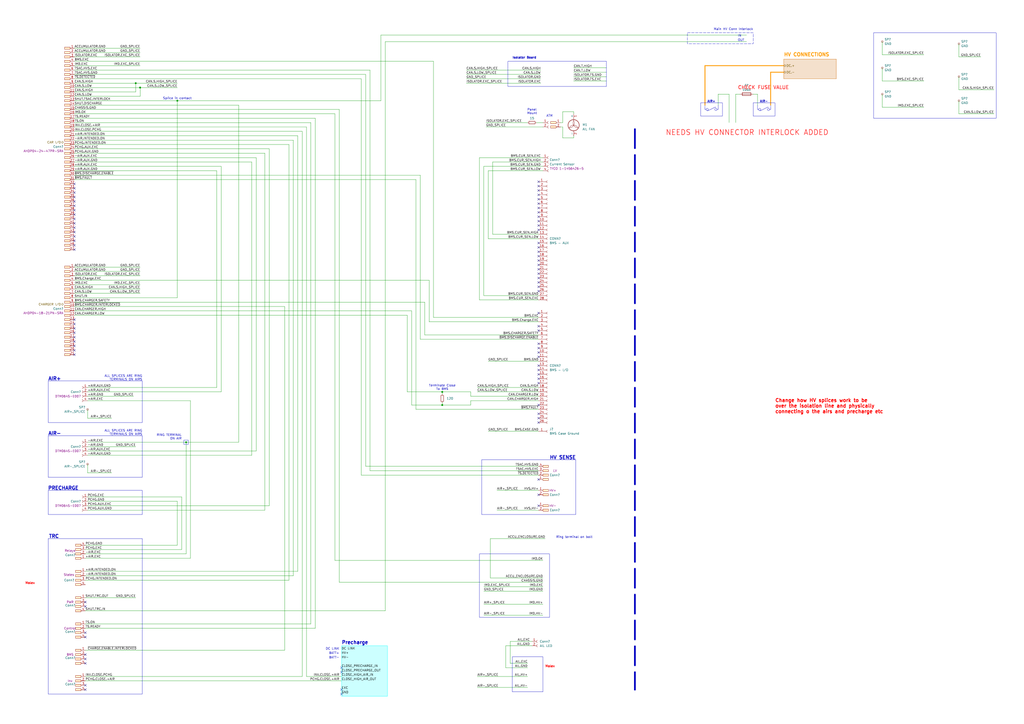
<source format=kicad_sch>
(kicad_sch (version 20231120) (generator "eeschema") (generator_version "8.0")
  (paper "A2")
  (title_block (title "LOOM - ACCUMULATOR"))
  (lib_symbols
    (symbol "Connector:Conn_01x01_Socket" (pin_names (offset 1.016) hide)
      (property "Reference" "J" (at 0 2.54 0))
      (property "Value" "Conn_01x01_Socket" (at 0 -2.54 0))
      (symbol "Conn_01x01_Socket_1_1"
        (pin passive line (at -5.08 0 0) (length 3.81) (name "Pin_1") (number "1"))
      )
    )
    (symbol "Connector:Conn_01x26_Socket" (pin_names (offset 1.016) hide)
      (property "Reference" "J" (at 0 33.02 0))
      (property "Value" "Conn_01x26_Socket" (at 0 -35.56 0))
      (symbol "Conn_01x26_Socket_1_1"
        (pin passive line (at -5.08 30.48 0) (length 3.81) (name "Pin_1") (number "1"))
        (pin passive line (at -5.08 7.62 0) (length 3.81) (name "Pin_10") (number "10"))
        (pin passive line (at -5.08 5.08 0) (length 3.81) (name "Pin_11") (number "11"))
        (pin passive line (at -5.08 2.54 0) (length 3.81) (name "Pin_12") (number "12"))
        (pin passive line (at -5.08 0 0) (length 3.81) (name "Pin_13") (number "13"))
        (pin passive line (at -5.08 -2.54 0) (length 3.81) (name "Pin_14") (number "14"))
        (pin passive line (at -5.08 -5.08 0) (length 3.81) (name "Pin_15") (number "15"))
        (pin passive line (at -5.08 -7.62 0) (length 3.81) (name "Pin_16") (number "16"))
        (pin passive line (at -5.08 -10.16 0) (length 3.81) (name "Pin_17") (number "17"))
        (pin passive line (at -5.08 -12.7 0) (length 3.81) (name "Pin_18") (number "18"))
        (pin passive line (at -5.08 -15.24 0) (length 3.81) (name "Pin_19") (number "19"))
        (pin passive line (at -5.08 27.94 0) (length 3.81) (name "Pin_2") (number "2"))
        (pin passive line (at -5.08 -17.78 0) (length 3.81) (name "Pin_20") (number "20"))
        (pin passive line (at -5.08 -20.32 0) (length 3.81) (name "Pin_21") (number "21"))
        (pin passive line (at -5.08 -22.86 0) (length 3.81) (name "Pin_22") (number "22"))
        (pin passive line (at -5.08 -25.4 0) (length 3.81) (name "Pin_23") (number "23"))
        (pin passive line (at -5.08 -27.94 0) (length 3.81) (name "Pin_24") (number "24"))
        (pin passive line (at -5.08 -30.48 0) (length 3.81) (name "Pin_25") (number "25"))
        (pin passive line (at -5.08 -33.02 0) (length 3.81) (name "Pin_26") (number "26"))
        (pin passive line (at -5.08 25.4 0) (length 3.81) (name "Pin_3") (number "3"))
        (pin passive line (at -5.08 22.86 0) (length 3.81) (name "Pin_4") (number "4"))
        (pin passive line (at -5.08 20.32 0) (length 3.81) (name "Pin_5") (number "5"))
        (pin passive line (at -5.08 17.78 0) (length 3.81) (name "Pin_6") (number "6"))
        (pin passive line (at -5.08 15.24 0) (length 3.81) (name "Pin_7") (number "7"))
        (pin passive line (at -5.08 12.7 0) (length 3.81) (name "Pin_8") (number "8"))
        (pin passive line (at -5.08 10.16 0) (length 3.81) (name "Pin_9") (number "9"))
      )
    )
    (symbol "Connector:Conn_01x28_Socket" (pin_names (offset 1.016) hide)
      (property "Reference" "J" (at 0 35.56 0))
      (property "Value" "Conn_01x28_Socket" (at 0 -38.1 0))
      (symbol "Conn_01x28_Socket_1_1"
        (pin passive line (at -5.08 33.02 0) (length 3.81) (name "Pin_1") (number "1"))
        (pin passive line (at -5.08 10.16 0) (length 3.81) (name "Pin_10") (number "10"))
        (pin passive line (at -5.08 7.62 0) (length 3.81) (name "Pin_11") (number "11"))
        (pin passive line (at -5.08 5.08 0) (length 3.81) (name "Pin_12") (number "12"))
        (pin passive line (at -5.08 2.54 0) (length 3.81) (name "Pin_13") (number "13"))
        (pin passive line (at -5.08 0 0) (length 3.81) (name "Pin_14") (number "14"))
        (pin passive line (at -5.08 -2.54 0) (length 3.81) (name "Pin_15") (number "15"))
        (pin passive line (at -5.08 -5.08 0) (length 3.81) (name "Pin_16") (number "16"))
        (pin passive line (at -5.08 -7.62 0) (length 3.81) (name "Pin_17") (number "17"))
        (pin passive line (at -5.08 -10.16 0) (length 3.81) (name "Pin_18") (number "18"))
        (pin passive line (at -5.08 -12.7 0) (length 3.81) (name "Pin_19") (number "19"))
        (pin passive line (at -5.08 30.48 0) (length 3.81) (name "Pin_2") (number "2"))
        (pin passive line (at -5.08 -15.24 0) (length 3.81) (name "Pin_20") (number "20"))
        (pin passive line (at -5.08 -17.78 0) (length 3.81) (name "Pin_21") (number "21"))
        (pin passive line (at -5.08 -20.32 0) (length 3.81) (name "Pin_22") (number "22"))
        (pin passive line (at -5.08 -22.86 0) (length 3.81) (name "Pin_23") (number "23"))
        (pin passive line (at -5.08 -25.4 0) (length 3.81) (name "Pin_24") (number "24"))
        (pin passive line (at -5.08 -27.94 0) (length 3.81) (name "Pin_25") (number "25"))
        (pin passive line (at -5.08 -30.48 0) (length 3.81) (name "Pin_26") (number "26"))
        (pin passive line (at -5.08 -33.02 0) (length 3.81) (name "Pin_27") (number "27"))
        (pin passive line (at -5.08 -35.56 0) (length 3.81) (name "Pin_28") (number "28"))
        (pin passive line (at -5.08 27.94 0) (length 3.81) (name "Pin_3") (number "3"))
        (pin passive line (at -5.08 25.4 0) (length 3.81) (name "Pin_4") (number "4"))
        (pin passive line (at -5.08 22.86 0) (length 3.81) (name "Pin_5") (number "5"))
        (pin passive line (at -5.08 20.32 0) (length 3.81) (name "Pin_6") (number "6"))
        (pin passive line (at -5.08 17.78 0) (length 3.81) (name "Pin_7") (number "7"))
        (pin passive line (at -5.08 15.24 0) (length 3.81) (name "Pin_8") (number "8"))
        (pin passive line (at -5.08 12.7 0) (length 3.81) (name "Pin_9") (number "9"))
      )
    )
    (symbol "Connector:TestPoint_Small" (pin_numbers hide) (pin_names (offset 0.762) hide)
      (property "Reference" "TP" (at 0 3.81 0))
      (property "Value" "TestPoint_Small" (at 0 2.032 0))
      (symbol "TestPoint_Small_1_1"
        (pin passive line (at 0 0 90) (length 0) (name "1") (number "1"))
      )
    )
    (symbol "Connectors_SUFST:AMPHENOL-21P-Pannel"
      (property "Reference" "Conn" (at 0 -1.905 0))
      (property "P/N" "AHDP04-18-21PN-SRA" (at 0 0 0))
      (symbol "AMPHENOL-21P-Pannel_1_1"
        (pin input line (at 1.905 -4.445 180) (length 2.54) (name "") (number "1"))
        (pin input line (at 1.905 -27.305 180) (length 2.54) (name "") (number "10"))
        (pin input line (at 1.905 -29.845 180) (length 2.54) (name "") (number "11"))
        (pin input line (at 1.905 -32.385 180) (length 2.54) (name "") (number "12"))
        (pin input line (at 1.905 -34.925 180) (length 2.54) (name "") (number "13"))
        (pin input line (at 1.905 -37.465 180) (length 2.54) (name "") (number "14"))
        (pin input line (at 1.905 -40.005 180) (length 2.54) (name "") (number "15"))
        (pin input line (at 1.905 -42.545 180) (length 2.54) (name "") (number "16"))
        (pin input line (at 1.905 -45.085 180) (length 2.54) (name "") (number "17"))
        (pin input line (at 1.905 -47.625 180) (length 2.54) (name "") (number "18"))
        (pin input line (at 1.905 -50.165 180) (length 2.54) (name "") (number "19"))
        (pin input line (at 1.905 -6.985 180) (length 2.54) (name "") (number "2"))
        (pin input line (at 1.905 -52.705 180) (length 2.54) (name "") (number "20"))
        (pin input line (at 1.905 -55.245 180) (length 2.54) (name "") (number "21"))
        (pin input line (at 1.905 -9.525 180) (length 2.54) (name "") (number "3"))
        (pin input line (at 1.905 -12.065 180) (length 2.54) (name "") (number "4"))
        (pin input line (at 1.905 -14.605 180) (length 2.54) (name "") (number "5"))
        (pin input line (at 1.905 -17.145 180) (length 2.54) (name "") (number "6"))
        (pin input line (at 1.905 -19.685 180) (length 2.54) (name "") (number "7"))
        (pin input line (at 1.905 -22.225 180) (length 2.54) (name "") (number "8"))
        (pin input line (at 1.905 -24.765 180) (length 2.54) (name "") (number "9"))
      )
    )
    (symbol "Connectors_SUFST:AMPHENOL-47P-Pannel"
      (property "Reference" "Conn" (at 0 -1.905 0))
      (property "P/N" "AHDP04-24-47PR-SRA" (at 0 0 0))
      (symbol "AMPHENOL-47P-Pannel_1_1"
        (pin input line (at 1.905 -4.445 180) (length 2.54) (name "") (number "1"))
        (pin input line (at 1.905 -27.305 180) (length 2.54) (name "") (number "10"))
        (pin input line (at 1.905 -29.845 180) (length 2.54) (name "") (number "11"))
        (pin input line (at 1.905 -32.385 180) (length 2.54) (name "") (number "12"))
        (pin input line (at 1.905 -34.925 180) (length 2.54) (name "") (number "13"))
        (pin input line (at 1.905 -37.465 180) (length 2.54) (name "") (number "14"))
        (pin input line (at 1.905 -40.005 180) (length 2.54) (name "") (number "15"))
        (pin input line (at 1.905 -42.545 180) (length 2.54) (name "") (number "16"))
        (pin input line (at 1.905 -45.085 180) (length 2.54) (name "") (number "17"))
        (pin input line (at 1.905 -47.625 180) (length 2.54) (name "") (number "18"))
        (pin input line (at 1.905 -50.165 180) (length 2.54) (name "") (number "19"))
        (pin input line (at 1.905 -6.985 180) (length 2.54) (name "") (number "2"))
        (pin input line (at 1.905 -52.705 180) (length 2.54) (name "") (number "20"))
        (pin input line (at 1.905 -55.245 180) (length 2.54) (name "") (number "21"))
        (pin input line (at 1.905 -57.785 180) (length 2.54) (name "") (number "22"))
        (pin input line (at 1.905 -60.325 180) (length 2.54) (name "") (number "23"))
        (pin input line (at 1.905 -62.865 180) (length 2.54) (name "") (number "24"))
        (pin input line (at 1.905 -65.405 180) (length 2.54) (name "") (number "25"))
        (pin input line (at 1.905 -67.945 180) (length 2.54) (name "") (number "26"))
        (pin input line (at 1.905 -70.485 180) (length 2.54) (name "") (number "27"))
        (pin input line (at 1.905 -73.025 180) (length 2.54) (name "") (number "28"))
        (pin input line (at 1.905 -75.565 180) (length 2.54) (name "") (number "29"))
        (pin input line (at 1.905 -9.525 180) (length 2.54) (name "") (number "3"))
        (pin input line (at 1.905 -78.105 180) (length 2.54) (name "") (number "30"))
        (pin input line (at 1.905 -80.645 180) (length 2.54) (name "") (number "31"))
        (pin input line (at 1.905 -83.185 180) (length 2.54) (name "") (number "32"))
        (pin input line (at 1.905 -85.725 180) (length 2.54) (name "") (number "33"))
        (pin input line (at 1.905 -88.265 180) (length 2.54) (name "") (number "34"))
        (pin input line (at 1.905 -90.805 180) (length 2.54) (name "") (number "35"))
        (pin input line (at 1.905 -93.345 180) (length 2.54) (name "") (number "36"))
        (pin input line (at 1.905 -95.885 180) (length 2.54) (name "") (number "37"))
        (pin input line (at 1.905 -98.425 180) (length 2.54) (name "") (number "38"))
        (pin input line (at 1.905 -100.965 180) (length 2.54) (name "") (number "39"))
        (pin input line (at 1.905 -12.065 180) (length 2.54) (name "") (number "4"))
        (pin input line (at 1.905 -103.505 180) (length 2.54) (name "") (number "40"))
        (pin input line (at 1.905 -106.045 180) (length 2.54) (name "") (number "41"))
        (pin input line (at 1.905 -108.585 180) (length 2.54) (name "") (number "42"))
        (pin input line (at 1.905 -111.125 180) (length 2.54) (name "") (number "43"))
        (pin input line (at 1.905 -113.665 180) (length 2.54) (name "") (number "44"))
        (pin input line (at 1.905 -116.205 180) (length 2.54) (name "") (number "45"))
        (pin input line (at 1.905 -118.745 180) (length 2.54) (name "") (number "46"))
        (pin input line (at 1.905 -121.285 180) (length 2.54) (name "") (number "47"))
        (pin input line (at 1.905 -14.605 180) (length 2.54) (name "") (number "5"))
        (pin input line (at 1.905 -17.145 180) (length 2.54) (name "") (number "6"))
        (pin input line (at 1.905 -19.685 180) (length 2.54) (name "") (number "7"))
        (pin input line (at 1.905 -22.225 180) (length 2.54) (name "") (number "8"))
        (pin input line (at 1.905 -24.765 180) (length 2.54) (name "") (number "9"))
      )
    )
    (symbol "Connectors_SUFST:Current Sensor Connector"
      (property "Reference" "Conn" (at -0.635 1.27 0))
      (property "P/N" "TYCO 1-1456426-5" (at 0 5.08 0))
      (symbol "Current Sensor Connector_1_1"
        (pin input line (at 0.635 -9.525 180) (length 2.54) (name "") (number "1"))
        (pin input line (at 0.635 -6.985 180) (length 2.54) (name "") (number "2"))
        (pin input line (at 0.635 -4.445 180) (length 2.54) (name "") (number "3"))
        (pin input line (at 0.635 -1.905 180) (length 2.54) (name "") (number "4"))
      )
    )
    (symbol "Connectors_SUFST:Deutsch_DTM_2P_Pin"
      (property "Reference" "Conn" (at 0 -1.905 0))
      (property "P/N" "DTM042P-E003" (at 0 0 0))
      (symbol "Deutsch_DTM_2P_Pin_1_1"
        (pin input line (at 1.905 -6.985 180) (length 2.54) (name "") (number "1"))
        (pin input line (at 1.905 -4.445 180) (length 2.54) (name "") (number "2"))
      )
    )
    (symbol "Connectors_SUFST:Deutsch_DTM_2S_Pin"
      (property "Reference" "Conn" (at 0 0.635 0))
      (property "P/N" "DTM062S-E007" (at 0 0 0))
      (symbol "Deutsch_DTM_2S_Pin_1_1"
        (pin input line (at 0.635 -4.445 180) (length 2.54) (name "") (number "1"))
        (pin input line (at 0.635 -1.905 180) (length 2.54) (name "") (number "2"))
      )
    )
    (symbol "Connectors_SUFST:Deutsch_DTM_4S_Pin"
      (property "Reference" "Conn" (at 0 0.635 0))
      (property "P/N" "DTM064S-E007" (at 0 0 0))
      (symbol "Deutsch_DTM_4S_Pin_1_1"
        (pin input line (at 0.635 -9.525 180) (length 2.54) (name "") (number "1"))
        (pin input line (at 0.635 -6.985 180) (length 2.54) (name "") (number "2"))
        (pin input line (at 0.635 -4.445 180) (length 2.54) (name "") (number "3"))
        (pin input line (at 0.635 -1.905 180) (length 2.54) (name "") (number "4"))
      )
    )
    (symbol "Connectors_SUFST:Molex_2x1P_Horizontal_THT"
      (property "Reference" "Conn_" (at 0 -1.905 0))
      (property "Value" "Molex_2x1P_Horizontal_THT" (at 0 0 0))
      (symbol "Molex_2x1P_Horizontal_THT_1_1"
        (pin input line (at 1.905 -6.985 180) (length 2.54) (name "") (number "1"))
        (pin input line (at 1.905 -4.445 180) (length 2.54) (name "") (number "2"))
      )
    )
    (symbol "Connectors_SUFST:Molex_2x1S_Recepticle"
      (property "Reference" "Conn" (at 0 0.635 0))
      (symbol "Molex_2x1S_Recepticle_1_1"
        (pin input line (at 0.635 -4.445 180) (length 2.54) (name "") (number "1"))
        (pin input line (at 0.635 -1.905 180) (length 2.54) (name "") (number "2"))
      )
    )
    (symbol "Connectors_SUFST:Molex_2x2P_Horizontal"
      (property "Reference" "Conn_" (at 0 -1.905 0))
      (symbol "Molex_2x2P_Horizontal_1_1"
        (pin input line (at 1.905 -12.065 180) (length 2.54) (name "") (number "1"))
        (pin input line (at 1.905 -9.525 180) (length 2.54) (name "") (number "2"))
        (pin input line (at 1.905 -6.985 180) (length 2.54) (name "") (number "3"))
        (pin input line (at 1.905 -4.445 180) (length 2.54) (name "") (number "4"))
      )
    )
    (symbol "Connectors_SUFST:Molex_2x2P_Vertical"
      (property "Reference" "Conn_" (at 0 -1.905 0))
      (symbol "Molex_2x2P_Vertical_1_1"
        (pin input line (at 1.905 -12.065 180) (length 2.54) (name "") (number "1"))
        (pin input line (at 1.905 -9.525 180) (length 2.54) (name "") (number "2"))
        (pin input line (at 1.905 -6.985 180) (length 2.54) (name "") (number "3"))
        (pin input line (at 1.905 -4.445 180) (length 2.54) (name "") (number "4"))
      )
    )
    (symbol "Device:Fuse" (pin_numbers hide) (pin_names (offset 0))
      (property "Reference" "F" (at 2.032 0 90))
      (property "Value" "Fuse" (at -1.905 0 90))
      (symbol "Fuse_1_1"
        (pin passive line (at 0 3.81 270) (length 1.27) (name "~") (number "1"))
        (pin passive line (at 0 -3.81 90) (length 1.27) (name "~") (number "2"))
      )
    )
    (symbol "Device:R_Small" (pin_numbers hide) (pin_names (offset 0.254) hide)
      (property "Reference" "R" (at 0.762 0.508 0))
      (property "Value" "R_Small" (at 0.762 -1.016 0))
      (symbol "R_Small_1_1"
        (pin passive line (at 0 2.54 270) (length 0.762) (name "~") (number "1"))
        (pin passive line (at 0 -2.54 90) (length 0.762) (name "~") (number "2"))
      )
    )
    (symbol "Molex_2x2P_Horizontal_1"
      (property "Reference" "Conn" (at 0 -1.905 0))
      (symbol "Molex_2x2P_Horizontal_1_1_1"
        (pin input line (at 1.905 -12.065 180) (length 2.54) (name "") (number "1"))
        (pin input line (at 1.905 -9.525 180) (length 2.54) (name "") (number "2"))
        (pin input line (at 1.905 -6.985 180) (length 2.54) (name "") (number "3"))
        (pin input line (at 1.905 -4.445 180) (length 2.54) (name "") (number "4"))
      )
    )
    (symbol "Motor:Fan" (pin_names (offset 0))
      (property "Reference" "M" (at 2.54 5.08 0))
      (property "Value" "Fan" (at 2.54 -2.54 0))
      (symbol "Fan_1_1"
        (pin passive line (at 0 7.62 270) (length 2.54) (name "+") (number "1"))
        (pin passive line (at 0 -5.08 90) (length 2.54) (name "-") (number "2"))
      )
    )
  )
  (junction (at 102.87 58.42))
  (junction (at 81.28 50.8))
  (junction (at 256.54 227.33))
  (junction (at 78.74 48.26))
  (junction (at 107.95 256.54))
  (junction (at 256.54 234.95))
  (no_connect (at 198.12 387.35))
  (no_connect (at 43.18 144.78))
  (no_connect (at 43.18 139.7))
  (no_connect (at 43.18 185.42))
  (no_connect (at 312.42 222.25))
  (no_connect (at 312.42 107.95))
  (no_connect (at 312.42 242.57))
  (no_connect (at 312.42 130.81))
  (no_connect (at 43.18 127))
  (no_connect (at 49.53 367.03))
  (no_connect (at 43.18 134.62))
  (no_connect (at 312.42 133.35))
  (no_connect (at 312.42 148.59))
  (no_connect (at 312.42 140.97))
  (no_connect (at 198.12 389.89))
  (no_connect (at 312.42 240.03))
  (no_connect (at 312.42 153.67))
  (no_connect (at 198.12 402.59))
  (no_connect (at 43.18 190.5))
  (no_connect (at 312.42 204.47))
  (no_connect (at 312.42 207.01))
  (no_connect (at 312.42 156.21))
  (no_connect (at 312.42 214.63))
  (no_connect (at 49.53 369.57))
  (no_connect (at 198.12 400.05))
  (no_connect (at 49.53 379.73))
  (no_connect (at 312.42 161.29))
  (no_connect (at 49.53 397.51))
  (no_connect (at 43.18 116.84))
  (no_connect (at 312.42 118.11))
  (no_connect (at 312.42 191.77))
  (no_connect (at 312.42 287.02))
  (no_connect (at 312.42 217.17))
  (no_connect (at 43.18 137.16))
  (no_connect (at 43.18 129.54))
  (no_connect (at 49.53 400.05))
  (no_connect (at 43.18 193.04))
  (no_connect (at 43.18 121.92))
  (no_connect (at 43.18 114.3))
  (no_connect (at 312.42 146.05))
  (no_connect (at 43.18 203.2))
  (no_connect (at 49.53 349.25))
  (no_connect (at 43.18 124.46))
  (no_connect (at 43.18 205.74))
  (no_connect (at 49.53 382.27))
  (no_connect (at 312.42 115.57))
  (no_connect (at 312.42 278.13))
  (no_connect (at 312.42 293.37))
  (no_connect (at 312.42 189.23))
  (no_connect (at 312.42 168.91))
  (no_connect (at 312.42 181.61))
  (no_connect (at 312.42 212.09))
  (no_connect (at 312.42 245.11))
  (no_connect (at 312.42 110.49))
  (no_connect (at 312.42 113.03))
  (no_connect (at 43.18 106.68))
  (no_connect (at 312.42 128.27))
  (no_connect (at 312.42 163.83))
  (no_connect (at 43.18 111.76))
  (no_connect (at 312.42 105.41))
  (no_connect (at 312.42 120.65))
  (no_connect (at 43.18 132.08))
  (no_connect (at 312.42 143.51))
  (no_connect (at 43.18 195.58))
  (no_connect (at 49.53 351.79))
  (no_connect (at 312.42 201.93))
  (no_connect (at 312.42 219.71))
  (no_connect (at 312.42 123.19))
  (no_connect (at 312.42 199.39))
  (no_connect (at 312.42 158.75))
  (no_connect (at 43.18 200.66))
  (no_connect (at 312.42 166.37))
  (no_connect (at 43.18 187.96))
  (no_connect (at 43.18 109.22))
  (no_connect (at 312.42 151.13))
  (no_connect (at 43.18 119.38))
  (no_connect (at 312.42 234.95))
  (no_connect (at 43.18 198.12))
  (no_connect (at 43.18 142.24))
  (no_connect (at 49.53 384.81))
  (no_connect (at 312.42 125.73))
  (wire (pts (xy 212.09 43.18) (xy 212.09 270.51)))
  (wire (pts (xy 332.74 80.01) (xy 332.74 78.74)))
  (wire (pts (xy 293.37 387.35) (xy 293.37 374.65)))
  (wire (pts (xy 283.21 99.06) (xy 283.21 138.43)))
  (wire (pts (xy 49.53 318.77) (xy 105.41 318.77)))
  (wire (pts (xy 43.18 162.56) (xy 248.92 162.56)))
  (wire (pts (xy 326.39 64.77) (xy 332.74 64.77)))
  (wire (pts (xy 49.53 354.33) (xy 223.52 354.33)))
  (wire (pts (xy 175.26 76.2) (xy 175.26 392.43)))
  (wire (pts (xy 511.81 46.99) (xy 535.94 46.99)))
  (wire (pts (xy 78.74 48.26) (xy 102.87 48.26)))
  (wire (pts (xy 326.39 73.66) (xy 326.39 80.01)))
  (wire (pts (xy 223.52 24.13) (xy 433.07 24.13)))
  (wire (pts (xy 43.18 30.48) (xy 81.28 30.48)))
  (polyline (pts (xy 368.3 74.93) (xy 368.3 400.05)) (stroke (width 1) (type dash)))
  (wire (pts (xy 165.1 177.8) (xy 165.1 377.19)))
  (wire (pts (xy 148.59 91.44) (xy 148.59 261.62)))
  (wire (pts (xy 284.48 335.28) (xy 314.96 335.28)))
  (wire (pts (xy 220.98 58.42) (xy 102.87 58.42)))
  (wire (pts (xy 278.13 91.44) (xy 314.96 91.44)))
  (wire (pts (xy 285.75 93.98) (xy 285.75 135.89)))
  (wire (pts (xy 50.8 264.16) (xy 146.05 264.16)))
  (wire (pts (xy 43.18 167.64) (xy 81.28 167.64)))
  (wire (pts (xy 43.18 68.58) (xy 182.88 68.58)))
  (wire (pts (xy 408.94 38.1) (xy 408.94 60.96)) (stroke (width 0.5) (color 255 153 0 1)))
  (wire (pts (xy 170.18 81.28) (xy 43.18 81.28)))
  (wire (pts (xy 43.18 101.6) (xy 243.84 101.6)))
  (wire (pts (xy 439.42 54.61) (xy 439.42 60.96)))
  (wire (pts (xy 285.75 93.98) (xy 314.96 93.98)))
  (wire (pts (xy 43.18 180.34) (xy 238.76 180.34)))
  (wire (pts (xy 43.18 91.44) (xy 148.59 91.44)))
  (wire (pts (xy 43.18 38.1) (xy 81.28 38.1)))
  (wire (pts (xy 172.72 78.74) (xy 172.72 331.47)))
  (wire (pts (xy 102.87 290.83) (xy 50.8 290.83)))
  (wire (pts (xy 236.22 182.88) (xy 43.18 182.88)))
  (wire (pts (xy 326.39 71.12) (xy 326.39 64.77)))
  (wire (pts (xy 125.73 224.79) (xy 125.73 99.06)))
  (wire (pts (xy 180.34 361.95) (xy 180.34 71.12)))
  (wire (pts (xy 316.23 312.42) (xy 284.48 312.42)))
  (polyline (pts (xy 447.04 60.96) (xy 447.04 63.5)))
  (wire (pts (xy 78.74 346.71) (xy 49.53 346.71)))
  (wire (pts (xy 429.26 54.61) (xy 426.72 54.61)))
  (wire (pts (xy 284.48 312.42) (xy 284.48 335.28)))
  (wire (pts (xy 50.8 256.54) (xy 107.95 256.54)))
  (wire (pts (xy 209.55 45.72) (xy 209.55 275.59)))
  (wire (pts (xy 293.37 374.65) (xy 308.61 374.65)))
  (wire (pts (xy 236.22 227.33) (xy 256.54 227.33)))
  (wire (pts (xy 50.8 232.41) (xy 110.49 232.41)))
  (wire (pts (xy 49.53 361.95) (xy 180.34 361.95)))
  (wire (pts (xy 283.21 99.06) (xy 314.96 99.06)))
  (polyline (pts (xy 410.845 64.135) (xy 414.655 62.23)))
  (wire (pts (xy 556.26 44.45) (xy 556.26 52.07)))
  (wire (pts (xy 214.63 40.64) (xy 214.63 273.05)))
  (wire (pts (xy 511.81 62.23) (xy 535.94 62.23)))
  (wire (pts (xy 243.84 196.85) (xy 312.42 196.85)))
  (wire (pts (xy 248.92 186.69) (xy 248.92 162.56)))
  (wire (pts (xy 43.18 86.36) (xy 156.21 86.36)))
  (wire (pts (xy 107.95 256.54) (xy 138.43 256.54)))
  (wire (pts (xy 196.85 63.5) (xy 196.85 337.82)))
  (wire (pts (xy 422.91 54.61) (xy 422.91 71.12)))
  (wire (pts (xy 177.8 73.66) (xy 43.18 73.66)))
  (wire (pts (xy 78.74 53.34) (xy 43.18 53.34)))
  (wire (pts (xy 276.86 227.33) (xy 312.42 227.33)))
  (wire (pts (xy 180.34 71.12) (xy 43.18 71.12)))
  (wire (pts (xy 351.79 46.99) (xy 332.74 46.99)))
  (wire (pts (xy 454.66 38.1) (xy 408.94 38.1)) (stroke (width 0.5) (color 255 153 0 1)))
  (wire (pts (xy 43.18 104.14) (xy 241.3 104.14)))
  (wire (pts (xy 194.31 325.12) (xy 194.31 66.04)))
  (wire (pts (xy 156.21 86.36) (xy 156.21 293.37)))
  (wire (pts (xy 276.86 398.78) (xy 306.07 398.78)))
  (wire (pts (xy 220.98 20.32) (xy 433.07 20.32)))
  (wire (pts (xy 280.67 96.52) (xy 314.96 96.52)))
  (wire (pts (xy 238.76 180.34) (xy 238.76 234.95)))
  (polyline (pts (xy 440.69 64.135) (xy 441.325 64.135)))
  (wire (pts (xy 556.26 25.4) (xy 556.26 33.02)))
  (wire (pts (xy 251.46 184.15) (xy 251.46 35.56)))
  (wire (pts (xy 43.18 177.8) (xy 165.1 177.8)))
  (wire (pts (xy 306.07 384.81) (xy 295.91 384.81)))
  (wire (pts (xy 351.79 44.45) (xy 332.74 44.45)))
  (wire (pts (xy 306.07 387.35) (xy 293.37 387.35)))
  (wire (pts (xy 236.22 227.33) (xy 236.22 182.88)))
  (wire (pts (xy 43.18 33.02) (xy 81.28 33.02)))
  (wire (pts (xy 280.67 356.87) (xy 314.96 356.87)))
  (wire (pts (xy 43.18 63.5) (xy 196.85 63.5)))
  (wire (pts (xy 146.05 264.16) (xy 146.05 93.98)))
  (wire (pts (xy 283.21 250.19) (xy 312.42 250.19)))
  (wire (pts (xy 77.47 229.87) (xy 50.8 229.87)))
  (wire (pts (xy 125.73 99.06) (xy 43.18 99.06)))
  (polyline (pts (xy 445.135 62.23) (xy 445.77 62.23)))
  (wire (pts (xy 43.18 170.18) (xy 81.28 170.18)))
  (wire (pts (xy 256.54 227.33) (xy 273.05 227.33)))
  (wire (pts (xy 295.91 372.11) (xy 308.61 372.11)))
  (wire (pts (xy 276.86 392.43) (xy 306.07 392.43)))
  (wire (pts (xy 43.18 83.82) (xy 167.64 83.82)))
  (wire (pts (xy 49.53 336.55) (xy 167.64 336.55)))
  (wire (pts (xy 278.13 173.99) (xy 312.42 173.99)))
  (wire (pts (xy 43.18 76.2) (xy 175.26 76.2)))
  (wire (pts (xy 280.67 96.52) (xy 280.67 171.45)))
  (polyline (pts (xy 408.94 60.96) (xy 408.94 63.5)))
  (wire (pts (xy 280.67 342.9) (xy 314.96 342.9)))
  (wire (pts (xy 50.8 274.32) (xy 50.8 269.24)))
  (wire (pts (xy 78.74 48.26) (xy 78.74 53.34)))
  (wire (pts (xy 436.88 54.61) (xy 439.42 54.61)))
  (wire (pts (xy 223.52 24.13) (xy 223.52 354.33)))
  (wire (pts (xy 43.18 96.52) (xy 128.27 96.52)))
  (wire (pts (xy 312.42 270.51) (xy 212.09 270.51)))
  (wire (pts (xy 256.54 233.68) (xy 256.54 234.95)))
  (wire (pts (xy 49.53 334.01) (xy 170.18 334.01)))
  (wire (pts (xy 246.38 175.26) (xy 246.38 194.31)))
  (wire (pts (xy 156.21 293.37) (xy 50.8 293.37)))
  (wire (pts (xy 256.54 227.33) (xy 256.54 228.6)))
  (wire (pts (xy 146.05 93.98) (xy 43.18 93.98)))
  (wire (pts (xy 49.53 392.43) (xy 175.26 392.43)))
  (wire (pts (xy 43.18 172.72) (xy 102.87 172.72)))
  (wire (pts (xy 283.21 138.43) (xy 312.42 138.43)))
  (wire (pts (xy 238.76 234.95) (xy 256.54 234.95)))
  (wire (pts (xy 325.12 71.12) (xy 326.39 71.12)))
  (wire (pts (xy 128.27 96.52) (xy 128.27 227.33)))
  (wire (pts (xy 556.26 52.07) (xy 576.58 52.07)))
  (wire (pts (xy 241.3 104.14) (xy 241.3 237.49)))
  (wire (pts (xy 556.26 66.04) (xy 576.58 66.04)))
  (wire (pts (xy 49.53 321.31) (xy 107.95 321.31)))
  (wire (pts (xy 312.42 284.48) (xy 288.29 284.48)))
  (wire (pts (xy 50.8 242.57) (xy 50.8 237.49)))
  (wire (pts (xy 312.42 273.05) (xy 214.63 273.05)))
  (wire (pts (xy 196.85 337.82) (xy 314.96 337.82)))
  (wire (pts (xy 511.81 39.37) (xy 511.81 46.99)))
  (wire (pts (xy 105.41 288.29) (xy 50.8 288.29)))
  (polyline (pts (xy 416.56 60.96) (xy 416.56 63.5)))
  (wire (pts (xy 351.79 39.37) (xy 332.74 39.37)))
  (wire (pts (xy 511.81 31.75) (xy 535.94 31.75)))
  (wire (pts (xy 326.39 80.01) (xy 332.74 80.01)))
  (wire (pts (xy 138.43 60.96) (xy 138.43 256.54)))
  (wire (pts (xy 325.12 73.66) (xy 326.39 73.66)))
  (wire (pts (xy 270.51 43.18) (xy 313.69 43.18)))
  (wire (pts (xy 241.3 237.49) (xy 312.42 237.49)))
  (wire (pts (xy 270.51 48.26) (xy 313.69 48.26)))
  (wire (pts (xy 43.18 175.26) (xy 246.38 175.26)))
  (polyline (pts (xy 410.21 64.135) (xy 410.845 64.135)))
  (wire (pts (xy 243.84 101.6) (xy 243.84 196.85)))
  (wire (pts (xy 43.18 55.88) (xy 81.28 55.88)))
  (wire (pts (xy 50.8 274.32) (xy 64.77 274.32)))
  (wire (pts (xy 153.67 88.9) (xy 153.67 295.91)))
  (wire (pts (xy 511.81 54.61) (xy 511.81 62.23)))
  (wire (pts (xy 280.67 350.52) (xy 314.96 350.52)))
  (wire (pts (xy 43.18 27.94) (xy 81.28 27.94)))
  (wire (pts (xy 105.41 318.77) (xy 105.41 288.29)))
  (wire (pts (xy 170.18 334.01) (xy 170.18 81.28)))
  (wire (pts (xy 50.8 227.33) (xy 128.27 227.33)))
  (wire (pts (xy 50.8 259.08) (xy 78.74 259.08)))
  (wire (pts (xy 49.53 323.85) (xy 110.49 323.85)))
  (wire (pts (xy 256.54 234.95) (xy 273.05 234.95)))
  (wire (pts (xy 50.8 242.57) (xy 64.77 242.57)))
  (wire (pts (xy 314.96 325.12) (xy 194.31 325.12)))
  (wire (pts (xy 167.64 83.82) (xy 167.64 336.55)))
  (wire (pts (xy 50.8 224.79) (xy 125.73 224.79)))
  (wire (pts (xy 311.15 71.12) (xy 314.96 71.12)))
  (wire (pts (xy 81.28 50.8) (xy 102.87 50.8)))
  (wire (pts (xy 153.67 295.91) (xy 50.8 295.91)))
  (wire (pts (xy 556.26 33.02) (xy 568.96 33.02)))
  (wire (pts (xy 332.74 64.77) (xy 332.74 66.04)))
  (wire (pts (xy 511.81 24.13) (xy 511.81 31.75)))
  (wire (pts (xy 281.94 73.66) (xy 314.96 73.66)))
  (polyline (pts (xy 439.42 60.96) (xy 439.42 63.5)))
  (wire (pts (xy 43.18 40.64) (xy 214.63 40.64)))
  (wire (pts (xy 416.56 60.96) (xy 416.56 54.61)))
  (polyline (pts (xy 409.575 63.5) (xy 408.94 63.5)))
  (wire (pts (xy 251.46 184.15) (xy 312.42 184.15)))
  (wire (pts (xy 43.18 60.96) (xy 138.43 60.96)))
  (wire (pts (xy 270.51 40.64) (xy 313.69 40.64)))
  (polyline (pts (xy 441.325 64.135) (xy 445.135 62.23)))
  (wire (pts (xy 278.13 91.44) (xy 278.13 173.99)))
  (wire (pts (xy 49.53 364.49) (xy 182.88 364.49)))
  (wire (pts (xy 280.67 171.45) (xy 312.42 171.45)))
  (wire (pts (xy 285.75 135.89) (xy 312.42 135.89)))
  (wire (pts (xy 110.49 323.85) (xy 110.49 232.41)))
  (wire (pts (xy 281.94 71.12) (xy 306.07 71.12)))
  (wire (pts (xy 43.18 50.8) (xy 81.28 50.8)))
  (wire (pts (xy 447.04 41.91) (xy 447.04 60.96)) (stroke (width 0.5) (color 255 153 0 1)))
  (wire (pts (xy 43.18 157.48) (xy 81.28 157.48)))
  (wire (pts (xy 43.18 88.9) (xy 153.67 88.9)))
  (wire (pts (xy 276.86 224.79) (xy 312.42 224.79)))
  (wire (pts (xy 351.79 41.91) (xy 332.74 41.91)))
  (wire (pts (xy 295.91 384.81) (xy 295.91 372.11)))
  (wire (pts (xy 50.8 261.62) (xy 148.59 261.62)))
  (wire (pts (xy 283.21 209.55) (xy 312.42 209.55)))
  (wire (pts (xy 426.72 54.61) (xy 426.72 71.12)))
  (wire (pts (xy 102.87 316.23) (xy 102.87 290.83)))
  (wire (pts (xy 102.87 58.42) (xy 43.18 58.42)))
  (wire (pts (xy 49.53 331.47) (xy 172.72 331.47)))
  (wire (pts (xy 49.53 394.97) (xy 198.12 394.97)))
  (wire (pts (xy 43.18 48.26) (xy 78.74 48.26)))
  (wire (pts (xy 246.38 194.31) (xy 312.42 194.31)))
  (wire (pts (xy 248.92 186.69) (xy 312.42 186.69)))
  (wire (pts (xy 454.66 41.91) (xy 447.04 41.91)) (stroke (width 0.5) (color 255 153 0 1)))
  (wire (pts (xy 49.53 316.23) (xy 102.87 316.23)))
  (polyline (pts (xy 414.655 62.23) (xy 415.29 62.23)))
  (wire (pts (xy 102.87 172.72) (xy 102.87 58.42)))
  (wire (pts (xy 416.56 54.61) (xy 422.91 54.61)))
  (wire (pts (xy 556.26 58.42) (xy 556.26 66.04)))
  (wire (pts (xy 43.18 45.72) (xy 209.55 45.72)))
  (wire (pts (xy 312.42 295.91) (xy 288.29 295.91)))
  (wire (pts (xy 81.28 55.88) (xy 81.28 50.8)))
  (wire (pts (xy 220.98 20.32) (xy 220.98 58.42)))
  (wire (pts (xy 43.18 78.74) (xy 172.72 78.74)))
  (wire (pts (xy 43.18 43.18) (xy 212.09 43.18)))
  (wire (pts (xy 312.42 275.59) (xy 209.55 275.59)))
  (wire (pts (xy 273.05 227.33) (xy 273.05 229.87)))
  (polyline (pts (xy 446.405 63.5) (xy 447.04 63.5)))
  (wire (pts (xy 194.31 66.04) (xy 43.18 66.04)))
  (wire (pts (xy 273.05 229.87) (xy 312.42 229.87)))
  (wire (pts (xy 49.53 377.19) (xy 165.1 377.19)))
  (wire (pts (xy 273.05 234.95) (xy 273.05 232.41)))
  (wire (pts (xy 107.95 321.31) (xy 107.95 256.54)))
  (wire (pts (xy 273.05 232.41) (xy 312.42 232.41)))
  (wire (pts (xy 43.18 154.94) (xy 81.28 154.94)))
  (wire (pts (xy 43.18 35.56) (xy 251.46 35.56)))
  (wire (pts (xy 177.8 392.43) (xy 198.12 392.43)))
  (wire (pts (xy 177.8 392.43) (xy 177.8 73.66)))
  (wire (pts (xy 43.18 165.1) (xy 81.28 165.1)))
  (wire (pts (xy 182.88 68.58) (xy 182.88 364.49)))
  (polyline (pts (xy 415.925 63.5) (xy 416.56 63.5)))
  (polyline (pts (xy 440.055 63.5) (xy 439.42 63.5)))
  (wire (pts (xy 43.18 160.02) (xy 81.28 160.02)))
  (wire (pts (xy 270.51 45.72) (xy 313.69 45.72)))
  (wire (pts (xy 280.67 340.36) (xy 314.96 340.36)))
  (circle (center 440.69 63.5) (radius 0.635))
  (rectangle (start 406.4 59.69) (end 419.1 67.31))
  (rectangle (start 297.18 381) (end 314.96 401.32))
  (circle (center 415.29 63.5) (radius 0.635))
  (rectangle (start 27.94 312.42) (end 82.55 402.59))
  (rectangle (start 106.68 255.27) (end 109.22 257.81))
  (rectangle (start 278.13 321.31) (end 318.77 358.14))
  (rectangle (start 27.94 252.73) (end 82.55 276.86))
  (circle (center 410.21 63.5) (radius 0.635))
  (rectangle (start 294.64 35.56) (end 351.79 50.165))
  (rectangle (start 279.4 298.45) (end 334.01 266.7))
  (rectangle (start 506.73 19.05) (end 577.85 68.58))
  (rectangle (start 27.94 220.98) (end 82.55 245.11))
  (rectangle (start 454.66 34.29) (end 485.14 45.72) (stroke (width 0) (color 204 102 0 1)) (fill (type color) (color 204 102 0 0.2)))
  (rectangle (start 198.12 374.65) (end 224.79 403.86) (stroke (width 0) (color 0 255 255 1)) (fill (type color) (color 0 255 255 0.2)))
  (rectangle (start 398.78 19.05) (end 436.88 25.4) (stroke (width 0) (type dash)))
  (rectangle (start 436.88 59.69) (end 449.58 67.31))
  (rectangle (start 27.94 284.48) (end 82.55 298.45))
  (circle (center 445.77 63.5) (radius 0.635))
  (text "CHECK FUSE VALUE" (at 427.99 52.07 0) (effects (font (size 2 2) (thickness 0.254) (bold yes)) (justify left bottom)))
  (text "ALL SPLICES ARE RING\nTERMINALS ON AIRS" (at 82.55 252.73 0) (effects (font (size 1.27 1.27)) (justify right bottom)))
  (text "Molex" (at 20.32 339.09 0) (effects (font (size 1.27 1.27) (thickness 0.254) (bold yes)) (justify right bottom)))
  (text "Splice in contact" (at 102.87 57.15 0) (effects (font (size 1.27 1.27))))
  (text "ALL SPLICES ARE RING\nTERMINALS ON AIRS" (at 82.55 220.98 0) (effects (font (size 1.27 1.27)) (justify right bottom)))
  (text "Terminate Close\nTo BMS" (at 256.54 224.79 0) (effects (font (size 1.27 1.27))))
  (text "BATT-" (at 196.85 382.27 0) (effects (font (size 1.27 1.27)) (justify right bottom)))
  (text "Add 'devices'\nto show how\nATM conns work\nfor the relays" (at -41.91 266.7 0) (effects (font (size 3 3) (thickness 0.6) (bold yes)) (justify left bottom)))
  (text "Panel\nMount" (at 308.61 64.77 0) (effects (font (size 1.27 1.27))))
  (text "Isolator Board" (at 297.18 34.29 0) (effects (font (size 1.27 1.27) (bold yes)) (justify left bottom)))
  (text "AIR+" (at 410.21 59.69 0) (effects (font (size 1.27 1.27) (thickness 0.254) (bold yes)) (justify left bottom)))
  (text "Molex" (at 316.23 387.35 0) (effects (font (size 1.27 1.27) (thickness 0.254) (bold yes)) (justify left bottom)))
  (text "DC LINK" (at 196.85 377.19 0) (effects (font (size 1.27 1.27)) (justify right bottom)))
  (text "Main HV Conn Interlock" (at 414.02 17.78 0) (effects (font (size 1.27 1.27)) (justify left bottom)))
  (text "IN" (at 427.99 21.59 0) (effects (font (size 1.27 1.27)) (justify left bottom)))
  (text "Precharge" (at 198.12 374.015 0) (effects (font (size 2 2) (thickness 0.4) (bold yes)) (justify left bottom)))
  (text "HV CONNECTIONS" (at 454.66 33.02 0) (effects (font (size 2 2) (thickness 0.4) (bold yes)) (justify left bottom)))
  (text "BATT+" (at 196.85 379.73 0) (effects (font (size 1.27 1.27)) (justify right bottom)))
  (text "OUT" (at 427.99 24.13 0) (effects (font (size 1.27 1.27)) (justify left bottom)))
  (text "ATM" (at 318.77 67.31 0) (effects (font (size 1.27 1.27))))
  (text "PRECHARGE" (at 45.72 284.48 0) (effects (font (size 2 2) (bold yes)) (justify right bottom)))
  (text "RING TERMINAL\nON AIR" (at 105.41 255.27 0) (effects (font (size 1.27 1.27)) (justify right bottom)))
  (text "AIR-" (at 440.69 59.69 0) (effects (font (size 1.27 1.27) (thickness 0.254) (bold yes)) (justify left bottom)))
  (text "Ring terminal on bolt" (at 322.58 312.42 0) (effects (font (size 1.27 1.27)) (justify left bottom)))
  (text "TRC" (at 34.29 312.42 0) (effects (font (size 2 2) (bold yes)) (justify right bottom)))
  (text "Change how HV splices work to be\nover the isolation line and physically\nconnecting o the airs and precharge etc" (at 449.58 240.03 0) (effects (font (size 2 2) (thickness 0.4) (bold yes)) (justify left bottom)))
  (text "AIR-" (at 35.56 252.73 0) (effects (font (size 2 2) (bold yes)) (justify right bottom)))
  (text "HV SENSE" (at 318.77 266.7 0) (effects (font (size 2 2) (bold yes)) (justify left bottom)))
  (text "NEEDS HV CONNECTOR INTERLOCK ADDED" (at 386.08 78.74 0) (effects (font (size 3 3) (thickness 0.254) (bold yes)) (justify left bottom)))
  (text "AIR+" (at 35.56 220.98 0) (effects (font (size 2 2) (bold yes)) (justify right bottom)))
  (label "ACCUMULATOR.GND" (at 43.18 27.94 0))
  (label "BMS.Charge.EXC" (at 43.18 162.56 0))
  (label "BMS.EXC" (at 312.42 184.15 180))
  (label "-AIR.EXC" (at 49.53 321.31 0))
  (label "GND_SPLICE" (at 281.94 73.66 0))
  (label "CAN.S.LOW_SPLICE" (at 276.86 227.33 0))
  (label "GND_SPLICE" (at 568.96 33.02 180))
  (label "CAN.S.LOW_SPLICE" (at 270.51 43.18 0))
  (label "-AIR.GND" (at 50.8 259.08 0))
  (label "+AIR.EXC" (at 49.53 323.85 0))
  (label "CLOSE_PRECHARGE_IN" (at 198.12 387.35 0))
  (label "-AIR.AUX.EXC" (at 43.18 91.44 0))
  (label "-AIR.AUX.EXC" (at 50.8 261.62 0))
  (label "CLOSE_HIGH_AIR_OUT" (at 198.12 394.97 0))
  (label "AIR-_SPLICE" (at 288.29 295.91 0))
  (label "~{CHARGE.ENABLE.INTERLOCKED}" (at 50.8 377.19 0))
  (label "GND_SPLICE" (at 270.51 45.72 0))
  (label "BMS.CUR_SEN.EXC" (at 313.69 91.44 180))
  (label "-AIR.INTENDED.ON" (at 43.18 81.28 0))
  (label "IMD.HV+" (at 314.96 350.52 180))
  (label "IMD.EXC" (at 43.18 165.1 0))
  (label "CAN.S.HIGH_SPLICE" (at 270.51 40.64 0))
  (label "CAN.S.HIGH_SPLICE" (at 576.58 52.07 180))
  (label "INV.CLOSE.+AIR" (at 196.85 392.43 180))
  (label "HV+" (at 198.12 379.73 0))
  (label "SHUT.IN" (at 43.18 172.72 0))
  (label "CAN.S.LOW" (at 312.42 227.33 180))
  (label "BMS.CUR_SEN.EXC" (at 312.42 173.99 180))
  (label "CAN.S.LOW" (at 43.18 50.8 0))
  (label "ISOLATOR.EXC_SPLICE" (at 535.94 31.75 180))
  (label "PCHG.INTENDED.ON" (at 49.53 336.55 0))
  (label "IMD.OK" (at 314.96 325.12 180))
  (label "AIR-_SPLICE" (at 280.67 356.87 0))
  (label "TS.READY" (at 43.18 68.58 0))
  (label "PCHG.CLOSE.+AIR" (at 49.53 394.97 0))
  (label "CAN.S.HIGH" (at 43.18 53.34 0))
  (label "AIR+_SPLICE" (at 288.29 284.48 0))
  (label "CAN.S.LOW_SPLICE" (at 576.58 66.04 180))
  (label "PCHG.GND" (at 49.53 316.23 0))
  (label "HVS.HV-" (at 312.42 295.91 180))
  (label "CAN.CHARGER.HIGH" (at 312.42 232.41 180))
  (label "ACCU_ENCLOSURE.GND" (at 314.96 335.28 180))
  (label "GND_SPLICE" (at 78.74 346.71 180))
  (label "CHASSIS.GND" (at 314.96 337.82 180))
  (label "ACCU_ENCLOSURE.GND" (at 316.23 312.42 180))
  (label "GND_SPLICE" (at 81.28 27.94 180))
  (label "CAN.CHARGER.LOW" (at 312.42 229.87 180))
  (label "CAN.S.HIGH_SPLICE" (at 102.87 48.26 180))
  (label "ISOLATOR.GND" (at 313.69 45.72 180))
  (label "TS.READY" (at 49.53 364.49 0))
  (label "BMS.CUR_SEN.HIGH" (at 313.69 93.98 180))
  (label "GND_SPLICE" (at 77.47 229.87 180))
  (label "IMD.GND" (at 314.96 342.9 180))
  (label "GND_SPLICE" (at 81.28 157.48 180))
  (label "~{BMS.CHARGER.INTERLOCKED}" (at 43.18 177.8 0))
  (label "+AIR.AUX.GND" (at 50.8 224.79 0))
  (label "+AIR.AUX.GND" (at 43.18 99.06 0))
  (label "AIR+_SPLICE" (at 276.86 392.43 0))
  (label "~{BMS.FAULT}" (at 43.18 104.14 0))
  (label "BMS.CUR_SEN.GND" (at 313.69 96.52 180))
  (label "ISOLATOR.TS.EXC" (at 332.74 46.99 0))
  (label "ISOLATOR.EXC_SPLICE" (at 281.94 71.12 0))
  (label "GND_SPLICE" (at 283.21 209.55 0))
  (label "CAN.S.LOW_SPLICE" (at 81.28 170.18 180))
  (label "CAN.S.LOW" (at 313.69 43.18 180))
  (label "CAN.S.LOW" (at 43.18 55.88 0))
  (label "~{TS.DETECTED}" (at 312.42 275.59 180))
  (label "TS.ON" (at 49.53 361.95 0))
  (label "INV.CLOSE.PCHG" (at 43.18 76.2 0))
  (label "CAN.T.LOW" (at 332.74 41.91 0))
  (label "PCHG.AUX.EXC" (at 50.8 293.37 0))
  (label "PCHG.INTENDED.ON" (at 43.18 83.82 0))
  (label "INV.CLOSE.PCHG" (at 49.53 392.43 0))
  (label "BMS.CUR_SEN.GND" (at 312.42 171.45 180))
  (label "+AIR.GND" (at 50.8 229.87 0))
  (label "IMD.EXC" (at 314.96 340.36 180))
  (label "IMD.EXC" (at 43.18 38.1 0))
  (label "HV-" (at 198.12 382.27 0))
  (label "+AIR.INTENDED.ON" (at 49.53 331.47 0))
  (label "BMS.CUR_SEN.LOW" (at 313.69 99.06 180))
  (label "CAN.S.LOW_SPLICE" (at 102.87 50.8 180))
  (label "CLOSE_PRECHARGE_OUT" (at 198.12 389.89 0))
  (label "CAN.CHARGER.LOW" (at 43.18 182.88 0))
  (label "BMS.CUR_SEN.LOW" (at 312.42 138.43 180))
  (label "~{BMS.FAULT}" (at 312.42 237.49 180))
  (label "CAN.S.HIGH_SPLICE" (at 81.28 167.64 180))
  (label "IMD.OK" (at 43.18 66.04 0))
  (label "-AIR.AUX.GND" (at 50.8 264.16 0))
  (label "AIL.GND" (at 307.34 374.65 180))
  (label "TSAC.HVS.GND" (at 43.18 43.18 0))
  (label "CAN.S.HIGH" (at 313.69 40.64 180))
  (label "AIR-_SPLICE" (at 64.77 274.32 180))
  (label "IMD.EXC_SPLICE" (at 81.28 165.1 180))
  (label "+AIR.INTENDED.ON" (at 43.18 78.74 0))
  (label "~{BMS.DISCHARGE.ENABLE}" (at 312.42 196.85 180))
  (label "CAN.S.HIGH" (at 312.42 224.79 180))
  (label "SHUT.DISCHARGE" (at 43.18 60.96 0))
  (label "GND_SPLICE" (at 81.28 154.94 180))
  (label "IMD.HV-" (at 314.96 356.87 180))
  (label "BMS.GND" (at 312.42 209.55 180))
  (label "BMS.CHARGER.SAFETY" (at 312.42 194.31 180))
  (label "EXC" (at 198.12 400.05 0))
  (label "ISOLATOR.EXC" (at 313.69 48.26 180))
  (label "~{TS.DETECTED}" (at 43.18 45.72 0))
  (label "-AIR.AUX.GND" (at 43.18 93.98 0))
  (label "PCHG.AUX.GND" (at 50.8 295.91 0))
  (label "AIR+_SPLICE" (at 280.67 350.52 0))
  (label "GND_SPLICE" (at 280.67 342.9 0))
  (label "CAN.T.HIGH" (at 332.74 39.37 0))
  (label "PCHG.EXC" (at 50.8 288.29 0))
  (label "ACCUMULATOR.GND" (at 43.18 154.94 0))
  (label "ISOLATOR.EXC_SPLICE" (at 81.28 160.02 180))
  (label "ISOLATOR.EXC" (at 43.18 160.02 0))
  (label "CAN.S.HIGH" (at 43.18 167.64 0))
  (label "PCHG.CLOSE.+AIR" (at 196.85 394.97 180))
  (label "AIL.HV-" (at 306.07 398.78 180))
  (label "TSAC.HVS.EXC" (at 43.18 40.64 0))
  (label "IMD.EXC_SPLICE" (at 535.94 62.23 180))
  (label "+AIR.AUX.EXC" (at 43.18 96.52 0))
  (label "AIL.HV+" (at 306.07 392.43 180))
  (label "SHUT.TRC.OUT" (at 49.53 346.71 0))
  (label "~{BMS.DISCHARGE.ENABLE}" (at 43.18 101.6 0))
  (label "ACCUMULATOR.GND" (at 43.18 30.48 0))
  (label "GND_SPLICE" (at 81.28 30.48 180))
  (label "BMS.CASE.GND" (at 312.42 250.19 180))
  (label "DC LINK" (at 198.12 377.19 0))
  (label "BMS.CUR_SEN.HIGH" (at 312.42 135.89 180))
  (label "BMS.EXC" (at 43.18 35.56 0))
  (label "GND_SPLICE" (at 283.21 250.19 0))
  (label "IMD.EXC_SPLICE" (at 280.67 340.36 0))
  (label "AIL.EXC" (at 307.34 372.11 180))
  (label "CHASSIS.GND" (at 43.18 63.5 0))
  (label "AIR-_SPLICE" (at 276.86 398.78 0))
  (label "PCHG.AUX.EXC" (at 43.18 86.36 0))
  (label "HVS.HV+" (at 312.42 284.48 180))
  (label "ISOLATOR.EXC_SPLICE" (at 270.51 48.26 0))
  (label "TSAC.HVS.GND" (at 312.42 270.51 180))
  (label "CAN.S.HIGH" (at 43.18 48.26 0))
  (label "ISOLATOR.EXC_SPLICE" (at 81.28 33.02 180))
  (label "+AIR.AUX.EXC" (at 50.8 227.33 0))
  (label "BMS.Charge.EXC" (at 312.42 186.69 180))
  (label "ISOLATOR.TS.GND" (at 332.74 44.45 0))
  (label "-AIR.INTENDED.ON" (at 49.53 334.01 0))
  (label "GND_SPLICE" (at 78.74 259.08 180))
  (label "AIR+_SPLICE" (at 64.77 242.57 180))
  (label "+AIR.EXC" (at 50.8 232.41 0))
  (label "SHUT.TRC.IN" (at 49.53 354.33 0))
  (label "CAN.CHARGER.HIGH" (at 43.18 180.34 0))
  (label "AIL.GND" (at 306.07 387.35 180))
  (label "AIL.EXC" (at 306.07 384.81 180))
  (label "SHUT.TSAC.INTERLOCK" (at 43.18 58.42 0))
  (label "CLOSE_HIGH_AIR_IN" (at 198.12 392.43 0))
  (label "IMD.EXC_SPLICE" (at 81.28 38.1 180))
  (label "PCHG.EXC" (at 49.53 318.77 0))
  (label "-AIR.EXC" (at 50.8 256.54 0))
  (label "TSAC.HVS.EXC" (at 312.42 273.05 180))
  (label "PCHG.GND" (at 50.8 290.83 0))
  (label "BMS.EXC_SPLICE" (at 535.94 46.99 180))
  (label "INV.CLOSE.+AIR" (at 43.18 73.66 0))
  (label "BMS.CHARGER.SAFETY" (at 43.18 175.26 0))
  (label "CAN.S.HIGH_SPLICE" (at 276.86 224.79 0))
  (label "GND" (at 198.12 402.59 0))
  (label "CAN.S.LOW" (at 43.18 170.18 0))
  (label "ACCUMULATOR.GND" (at 43.18 157.48 0))
  (label "PCHG.AUX.GND" (at 43.18 88.9 0))
  (label "ISOLATOR.EXC" (at 43.18 33.02 0))
  (label "TS.ON" (at 43.18 71.12 0))
  (hierarchical_label "DC.+" (shape bidirectional) (at 454.66 38.1 0))
  (hierarchical_label "CAR I{slash}O" (shape bidirectional) (at 36.83 82.55 180))
  (hierarchical_label "DC.-" (shape bidirectional) (at 454.66 41.91 0))
  (hierarchical_label "CHARGER I{slash}O" (shape bidirectional) (at 36.83 176.53 180))
  (symbol (lib_id "Connector:TestPoint_Small") (at 511.81 24.13 0) (unit 1)
    (property "Reference" "SP?" (at 513.08 22.86 0) (effects (justify left)))
    (property "Value" "GND" (at 513.08 25.4 0) (effects (justify left)))
  )
  (symbol (lib_id "Connectors_SUFST:Current Sensor Connector") (at 315.595 100.965 180) (unit 1)
    (property "Reference" "Conn?" (at 318.77 92.7096 0) (effects (justify right)))
    (property "Value" "Current Sensor" (at 318.77 95.2496 0) (effects (justify right)))
    (property "P/N" "TYCO 1-1456426-5" (at 318.77 97.7896 0) (effects (justify right)))
  )
  (symbol (lib_id "Connectors_SUFST:Molex_2x2P_Vertical") (at 47.625 343.535 0) (mirror x) (unit 1)
    (property "Reference" "Conn?" (at 43.18 336.55 0) (effects (justify right)))
    (property "Value" "Molex_2x2P_Vertical" (effects (hide yes)))
    (property "P/N" "43045-0414" (effects (hide yes)))
    (property "Name" "States" (at 40.005 333.375 0))
  )
  (symbol (lib_id "Connectors_SUFST:Molex_2x2P_Horizontal") (at 47.625 358.775 0) (mirror x) (unit 1)
    (property "Reference" "Conn?" (at 43.815 351.155 0) (effects (justify right)))
    (property "Value" "Molex_2x2P_Horizontal" (effects (hide yes)))
    (property "P/N" "43045-0400" (effects (hide yes)))
    (property "Name" "PWR" (at 40.64 349.25 0))
  )
  (symbol (lib_id "Connector:TestPoint_Small") (at 511.81 39.37 0) (unit 1)
    (property "Reference" "SP?" (at 513.08 38.1 0) (effects (justify left)))
    (property "Value" "GND" (at 513.08 40.64 0) (effects (justify left)))
  )
  (symbol (lib_id "Motor:Fan") (at 332.74 73.66 0) (unit 1)
    (property "Reference" "M1" (at 337.82 72.3899 0) (effects (justify left)))
    (property "Value" "AIL FAN" (at 337.82 74.9299 0) (effects (justify left)))
    (property "Description" "Fan" (effects (hide yes)))
  )
  (symbol (lib_id "Connectors_SUFST:Molex_2x2P_Horizontal") (at 47.625 389.255 0) (mirror x) (unit 1)
    (property "Reference" "Conn?" (at 43.815 381.635 0) (effects (justify right)))
    (property "Value" "Molex_2x2P_Horizontal" (effects (hide yes)))
    (property "P/N" "43045-0400" (effects (hide yes)))
    (property "Name" "BMS" (at 40.64 379.73 0))
  )
  (symbol (lib_id "Connectors_SUFST:Molex_2x2P_Horizontal") (at 47.625 374.015 0) (mirror x) (unit 1)
    (property "Reference" "Conn?" (at 43.815 366.395 0) (effects (justify right)))
    (property "Value" "Molex_2x2P_Horizontal" (effects (hide yes)))
    (property "P/N" "43045-0400" (effects (hide yes)))
    (property "Name" "Control" (at 40.64 364.49 0))
  )
  (symbol (lib_id "Connector:TestPoint_Small") (at 556.26 58.42 0) (unit 1)
    (property "Reference" "SP?" (at 557.53 57.15 0) (effects (justify left)))
    (property "Value" "GND" (at 557.53 59.69 0) (effects (justify left)))
  )
  (symbol (lib_id "Connectors_SUFST:Molex_2x1S_Recepticle") (at 309.245 376.555 180) (unit 1)
    (property "Reference" "Conn?" (at 313.055 372.1095 0) (effects (justify right)))
    (property "Value" "AIL LED" (at 313.055 374.6495 0) (effects (justify right)))
    (property "P/N" "43645-0200" (effects (hide yes)))
  )
  (symbol (lib_id "Device:Fuse") (at 433.07 54.61 90) (unit 1)
    (property "Reference" "F?" (at 433.07 49.53 90))
    (property "Value" "100A" (at 433.07 52.07 90))
  )
  (symbol (lib_id "Device:R_Small") (at 256.54 231.14 0) (unit 1)
    (property "Reference" "R1" (effects (hide yes)))
    (property "Value" "120" (at 259.08 231.1399 0) (effects (justify left)))
    (property "Description" "Resistor, small symbol" (effects (hide yes)))
  )
  (symbol (lib_id "Connector:Conn_01x01_Socket") (at 317.5 250.19 0) (unit 1)
    (property "Reference" "J?" (at 318.77 248.9199 0) (effects (justify left)))
    (property "Value" "BMS Case Ground" (at 318.77 251.4599 0) (effects (justify left)))
    (property "Description" "Generic connector, single row, 01x01, script generated" (effects (hide yes)))
  )
  (symbol (lib_id "Connectors_SUFST:Molex_2x1P_Horizontal_THT") (at 314.325 291.465 180) (unit 1)
    (property "Reference" "Conn?" (at 318.77 287.02 0) (effects (justify right)))
    (property "Value" "Molex_2x1P_Horizontal_THT" (effects (hide yes)))
    (property "P/N" "43650-0200" (effects (hide yes)))
    (property "Name" "HV+" (at 320.675 284.48 0))
  )
  (symbol (lib_id "Connector:TestPoint_Small") (at 50.8 237.49 0) (mirror y) (unit 1)
    (property "Reference" "SP?" (at 49.53 236.22 0) (effects (justify left)))
    (property "Value" "AIR+_SPLICE" (at 49.53 238.76 0) (effects (justify left)))
  )
  (symbol (lib_id "Connectors_SUFST:Molex_2x2P_Horizontal") (at 47.625 311.785 0) (unit 1)
    (property "Reference" "Conn?" (at 43.815 321.945 0) (effects (justify right)))
    (property "Value" "Molex_2x2P_Horizontal" (effects (hide yes)))
    (property "P/N" "43045-0400" (effects (hide yes)))
    (property "Name" "Relays" (at 40.64 319.405 0))
  )
  (symbol (lib_id "Connector:TestPoint_Small") (at 556.26 44.45 0) (unit 1)
    (property "Reference" "SP?" (at 557.53 43.18 0) (effects (justify left)))
    (property "Value" "GND" (at 557.53 45.72 0) (effects (justify left)))
  )
  (symbol (lib_id "Connectors_SUFST:Deutsch_DTM_2S_Pin") (at 315.595 75.565 180) (unit 1)
    (property "Reference" "Conn2" (effects (hide yes)))
    (property "Value" "AIL FAN" (effects (hide yes)))
    (property "P/N" "DTM062S-E007" (effects (hide yes)))
  )
  (symbol (lib_id "Connector:TestPoint_Small") (at 50.8 269.24 0) (mirror y) (unit 1)
    (property "Reference" "SP?" (at 49.53 267.97 0) (effects (justify left)))
    (property "Value" "AIR-_SPLICE" (at 49.53 270.51 0) (effects (justify left)))
  )
  (symbol (lib_id "Connectors_SUFST:Deutsch_DTM_4S_Pin") (at 50.165 266.065 0) (mirror x) (unit 1)
    (property "Reference" "Conn?" (at 46.99 259.0796 0) (effects (justify right)))
    (property "Value" "Deutsch_DTM_4S_Pin" (effects (hide yes)))
    (property "P/N" "DTM064S-E007" (at 46.99 261.6196 0) (effects (justify right)))
  )
  (symbol (lib_id "Connectors_SUFST:Deutsch_DTM_4S_Pin") (at 50.165 297.815 0) (mirror x) (unit 1)
    (property "Reference" "Conn?" (at 46.99 290.8296 0) (effects (justify right)))
    (property "Value" "Deutsch_DTM_4S_Pin" (effects (hide yes)))
    (property "P/N" "DTM064S-E007" (at 46.99 293.3696 0) (effects (justify right)))
  )
  (symbol (lib_id "Connectors_SUFST:Deutsch_DTM_4S_Pin") (at 50.165 234.315 0) (mirror x) (unit 1)
    (property "Reference" "Conn?" (at 46.99 227.3296 0) (effects (justify right)))
    (property "Value" "Deutsch_DTM_4S_Pin" (effects (hide yes)))
    (property "P/N" "DTM064S-E007" (at 46.99 229.8696 0) (effects (justify right)))
  )
  (symbol (lib_id "Connectors_SUFST:AMPHENOL-21P-Pannel") (at 41.275 150.495 0) (unit 1)
    (property "Reference" "Conn?" (at 36.83 179.07 0) (effects (justify right)))
    (property "Value" "AMPHENOL-21P-Pannel" (effects (hide yes)))
    (property "P/N" "AHDP04-18-21PN-SRA" (at 36.83 181.61 0) (effects (justify right)))
  )
  (symbol (lib_id "Connectors_SUFST:Molex_2x1P_Horizontal_THT") (at 314.325 300.355 180) (unit 1)
    (property "Reference" "Conn?" (at 318.77 295.91 0) (effects (justify right)))
    (property "Value" "Molex_2x1P_Horizontal_THT" (effects (hide yes)))
    (property "P/N" "43650-0200" (effects (hide yes)))
    (property "Name" "HV-" (at 320.675 293.37 0))
  )
  (symbol (lib_id "Connectors_SUFST:Deutsch_DTM_2P_Pin") (at 323.215 78.105 0) (mirror x) (unit 1)
    (property "Reference" "Conn3" (effects (hide yes)))
    (property "Value" "Deutsch_DTM_2P_Pin" (effects (hide yes)))
    (property "P/N" "DTM042P-E003" (effects (hide yes)))
  )
  (symbol (lib_id "Connectors_SUFST:Molex_2x2P_Horizontal") (at 47.625 404.495 0) (mirror x) (unit 1)
    (property "Reference" "Conn?" (at 43.815 396.875 0) (effects (justify right)))
    (property "Value" "Molex_2x2P_Horizontal" (effects (hide yes)))
    (property "P/N" "43045-0400" (effects (hide yes)))
    (property "Name" "Inv" (at 40.64 394.97 0))
  )
  (symbol (lib_name "Molex_2x2P_Horizontal_1") (lib_id "Connectors_SUFST:Molex_2x2P_Horizontal") (at 314.325 266.065 0) (mirror y) (unit 1)
    (property "Reference" "Conn?" (at 318.77 275.59 0) (effects (justify right)))
    (property "P/N" "43045-0400" (effects (hide yes)))
    (property "Name" "LV" (at 321.945 273.05 0))
  )
  (symbol (lib_id "Connectors_SUFST:AMPHENOL-47P-Pannel") (at 41.275 23.495 0) (unit 1)
    (property "Reference" "Conn?" (at 36.83 85.09 0) (effects (justify right)))
    (property "Value" "AMPHENOL-47P-Pannel" (effects (hide yes)))
    (property "P/N" "AHDP04-24-47PR-SRA" (at 36.83 87.63 0) (effects (justify right)))
  )
  (symbol (lib_id "Connector:TestPoint_Small") (at 556.26 25.4 0) (unit 1)
    (property "Reference" "SP?" (at 557.53 24.13 0) (effects (justify left)))
    (property "Value" "GND" (at 557.53 26.67 0) (effects (justify left)))
  )
  (symbol (lib_id "Connector:TestPoint_Small") (at 511.81 54.61 0) (unit 1)
    (property "Reference" "SP?" (at 513.08 53.34 0) (effects (justify left)))
    (property "Value" "GND" (at 513.08 55.88 0) (effects (justify left)))
  )
  (symbol (lib_id "Device:R_Small") (at 308.61 71.12 90) (unit 1)
    (property "Reference" "R2" (effects (hide yes)))
    (property "Value" "15" (at 308.61 68.58 90))
    (property "Description" "Resistor, small symbol" (effects (hide yes)))
  )
  (symbol (lib_id "Connector:Conn_01x28_Socket") (at 317.5 138.43 0) (unit 1)
    (property "Reference" "CONN?" (at 318.77 138.43 0) (effects (justify left)))
    (property "Value" "BMS - AUX" (at 318.77 140.97 0) (effects (justify left)))
  )
  (symbol (lib_id "Connector:Conn_01x26_Socket") (at 317.5 212.09 0) (unit 1)
    (property "Reference" "CONN?" (at 318.77 212.09 0) (effects (justify left)))
    (property "Value" "BMS - I/O" (at 318.77 214.63 0) (effects (justify left)))
  )
)
</source>
